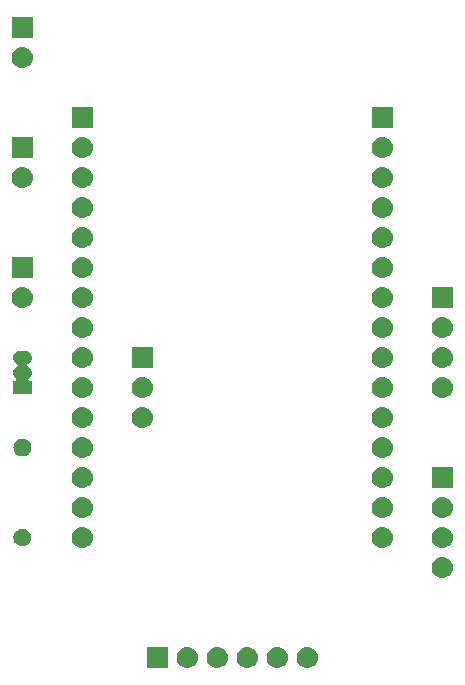
<source format=gbr>
G04 #@! TF.GenerationSoftware,KiCad,Pcbnew,(5.1.2-1)-1*
G04 #@! TF.CreationDate,2021-04-09T14:29:59+02:00*
G04 #@! TF.ProjectId,Faraway_PCB,46617261-7761-4795-9f50-43422e6b6963,rev?*
G04 #@! TF.SameCoordinates,Original*
G04 #@! TF.FileFunction,Soldermask,Bot*
G04 #@! TF.FilePolarity,Negative*
%FSLAX46Y46*%
G04 Gerber Fmt 4.6, Leading zero omitted, Abs format (unit mm)*
G04 Created by KiCad (PCBNEW (5.1.2-1)-1) date 2021-04-09 14:29:59*
%MOMM*%
%LPD*%
G04 APERTURE LIST*
%ADD10C,0.100000*%
G04 APERTURE END LIST*
D10*
G36*
X128380443Y-100705519D02*
G01*
X128446627Y-100712037D01*
X128616466Y-100763557D01*
X128772991Y-100847222D01*
X128808729Y-100876552D01*
X128910186Y-100959814D01*
X128993448Y-101061271D01*
X129022778Y-101097009D01*
X129106443Y-101253534D01*
X129157963Y-101423373D01*
X129175359Y-101600000D01*
X129157963Y-101776627D01*
X129106443Y-101946466D01*
X129022778Y-102102991D01*
X128993448Y-102138729D01*
X128910186Y-102240186D01*
X128808729Y-102323448D01*
X128772991Y-102352778D01*
X128616466Y-102436443D01*
X128446627Y-102487963D01*
X128380442Y-102494482D01*
X128314260Y-102501000D01*
X128225740Y-102501000D01*
X128159558Y-102494482D01*
X128093373Y-102487963D01*
X127923534Y-102436443D01*
X127767009Y-102352778D01*
X127731271Y-102323448D01*
X127629814Y-102240186D01*
X127546552Y-102138729D01*
X127517222Y-102102991D01*
X127433557Y-101946466D01*
X127382037Y-101776627D01*
X127364641Y-101600000D01*
X127382037Y-101423373D01*
X127433557Y-101253534D01*
X127517222Y-101097009D01*
X127546552Y-101061271D01*
X127629814Y-100959814D01*
X127731271Y-100876552D01*
X127767009Y-100847222D01*
X127923534Y-100763557D01*
X128093373Y-100712037D01*
X128159557Y-100705519D01*
X128225740Y-100699000D01*
X128314260Y-100699000D01*
X128380443Y-100705519D01*
X128380443Y-100705519D01*
G37*
G36*
X125840443Y-100705519D02*
G01*
X125906627Y-100712037D01*
X126076466Y-100763557D01*
X126232991Y-100847222D01*
X126268729Y-100876552D01*
X126370186Y-100959814D01*
X126453448Y-101061271D01*
X126482778Y-101097009D01*
X126566443Y-101253534D01*
X126617963Y-101423373D01*
X126635359Y-101600000D01*
X126617963Y-101776627D01*
X126566443Y-101946466D01*
X126482778Y-102102991D01*
X126453448Y-102138729D01*
X126370186Y-102240186D01*
X126268729Y-102323448D01*
X126232991Y-102352778D01*
X126076466Y-102436443D01*
X125906627Y-102487963D01*
X125840442Y-102494482D01*
X125774260Y-102501000D01*
X125685740Y-102501000D01*
X125619558Y-102494482D01*
X125553373Y-102487963D01*
X125383534Y-102436443D01*
X125227009Y-102352778D01*
X125191271Y-102323448D01*
X125089814Y-102240186D01*
X125006552Y-102138729D01*
X124977222Y-102102991D01*
X124893557Y-101946466D01*
X124842037Y-101776627D01*
X124824641Y-101600000D01*
X124842037Y-101423373D01*
X124893557Y-101253534D01*
X124977222Y-101097009D01*
X125006552Y-101061271D01*
X125089814Y-100959814D01*
X125191271Y-100876552D01*
X125227009Y-100847222D01*
X125383534Y-100763557D01*
X125553373Y-100712037D01*
X125619557Y-100705519D01*
X125685740Y-100699000D01*
X125774260Y-100699000D01*
X125840443Y-100705519D01*
X125840443Y-100705519D01*
G37*
G36*
X123300443Y-100705519D02*
G01*
X123366627Y-100712037D01*
X123536466Y-100763557D01*
X123692991Y-100847222D01*
X123728729Y-100876552D01*
X123830186Y-100959814D01*
X123913448Y-101061271D01*
X123942778Y-101097009D01*
X124026443Y-101253534D01*
X124077963Y-101423373D01*
X124095359Y-101600000D01*
X124077963Y-101776627D01*
X124026443Y-101946466D01*
X123942778Y-102102991D01*
X123913448Y-102138729D01*
X123830186Y-102240186D01*
X123728729Y-102323448D01*
X123692991Y-102352778D01*
X123536466Y-102436443D01*
X123366627Y-102487963D01*
X123300442Y-102494482D01*
X123234260Y-102501000D01*
X123145740Y-102501000D01*
X123079558Y-102494482D01*
X123013373Y-102487963D01*
X122843534Y-102436443D01*
X122687009Y-102352778D01*
X122651271Y-102323448D01*
X122549814Y-102240186D01*
X122466552Y-102138729D01*
X122437222Y-102102991D01*
X122353557Y-101946466D01*
X122302037Y-101776627D01*
X122284641Y-101600000D01*
X122302037Y-101423373D01*
X122353557Y-101253534D01*
X122437222Y-101097009D01*
X122466552Y-101061271D01*
X122549814Y-100959814D01*
X122651271Y-100876552D01*
X122687009Y-100847222D01*
X122843534Y-100763557D01*
X123013373Y-100712037D01*
X123079557Y-100705519D01*
X123145740Y-100699000D01*
X123234260Y-100699000D01*
X123300443Y-100705519D01*
X123300443Y-100705519D01*
G37*
G36*
X120760443Y-100705519D02*
G01*
X120826627Y-100712037D01*
X120996466Y-100763557D01*
X121152991Y-100847222D01*
X121188729Y-100876552D01*
X121290186Y-100959814D01*
X121373448Y-101061271D01*
X121402778Y-101097009D01*
X121486443Y-101253534D01*
X121537963Y-101423373D01*
X121555359Y-101600000D01*
X121537963Y-101776627D01*
X121486443Y-101946466D01*
X121402778Y-102102991D01*
X121373448Y-102138729D01*
X121290186Y-102240186D01*
X121188729Y-102323448D01*
X121152991Y-102352778D01*
X120996466Y-102436443D01*
X120826627Y-102487963D01*
X120760442Y-102494482D01*
X120694260Y-102501000D01*
X120605740Y-102501000D01*
X120539558Y-102494482D01*
X120473373Y-102487963D01*
X120303534Y-102436443D01*
X120147009Y-102352778D01*
X120111271Y-102323448D01*
X120009814Y-102240186D01*
X119926552Y-102138729D01*
X119897222Y-102102991D01*
X119813557Y-101946466D01*
X119762037Y-101776627D01*
X119744641Y-101600000D01*
X119762037Y-101423373D01*
X119813557Y-101253534D01*
X119897222Y-101097009D01*
X119926552Y-101061271D01*
X120009814Y-100959814D01*
X120111271Y-100876552D01*
X120147009Y-100847222D01*
X120303534Y-100763557D01*
X120473373Y-100712037D01*
X120539557Y-100705519D01*
X120605740Y-100699000D01*
X120694260Y-100699000D01*
X120760443Y-100705519D01*
X120760443Y-100705519D01*
G37*
G36*
X118220443Y-100705519D02*
G01*
X118286627Y-100712037D01*
X118456466Y-100763557D01*
X118612991Y-100847222D01*
X118648729Y-100876552D01*
X118750186Y-100959814D01*
X118833448Y-101061271D01*
X118862778Y-101097009D01*
X118946443Y-101253534D01*
X118997963Y-101423373D01*
X119015359Y-101600000D01*
X118997963Y-101776627D01*
X118946443Y-101946466D01*
X118862778Y-102102991D01*
X118833448Y-102138729D01*
X118750186Y-102240186D01*
X118648729Y-102323448D01*
X118612991Y-102352778D01*
X118456466Y-102436443D01*
X118286627Y-102487963D01*
X118220442Y-102494482D01*
X118154260Y-102501000D01*
X118065740Y-102501000D01*
X117999558Y-102494482D01*
X117933373Y-102487963D01*
X117763534Y-102436443D01*
X117607009Y-102352778D01*
X117571271Y-102323448D01*
X117469814Y-102240186D01*
X117386552Y-102138729D01*
X117357222Y-102102991D01*
X117273557Y-101946466D01*
X117222037Y-101776627D01*
X117204641Y-101600000D01*
X117222037Y-101423373D01*
X117273557Y-101253534D01*
X117357222Y-101097009D01*
X117386552Y-101061271D01*
X117469814Y-100959814D01*
X117571271Y-100876552D01*
X117607009Y-100847222D01*
X117763534Y-100763557D01*
X117933373Y-100712037D01*
X117999557Y-100705519D01*
X118065740Y-100699000D01*
X118154260Y-100699000D01*
X118220443Y-100705519D01*
X118220443Y-100705519D01*
G37*
G36*
X116471000Y-102501000D02*
G01*
X114669000Y-102501000D01*
X114669000Y-100699000D01*
X116471000Y-100699000D01*
X116471000Y-102501000D01*
X116471000Y-102501000D01*
G37*
G36*
X139810443Y-93085519D02*
G01*
X139876627Y-93092037D01*
X140046466Y-93143557D01*
X140202991Y-93227222D01*
X140238729Y-93256552D01*
X140340186Y-93339814D01*
X140423448Y-93441271D01*
X140452778Y-93477009D01*
X140536443Y-93633534D01*
X140587963Y-93803373D01*
X140605359Y-93980000D01*
X140587963Y-94156627D01*
X140536443Y-94326466D01*
X140452778Y-94482991D01*
X140423448Y-94518729D01*
X140340186Y-94620186D01*
X140238729Y-94703448D01*
X140202991Y-94732778D01*
X140046466Y-94816443D01*
X139876627Y-94867963D01*
X139810443Y-94874481D01*
X139744260Y-94881000D01*
X139655740Y-94881000D01*
X139589557Y-94874481D01*
X139523373Y-94867963D01*
X139353534Y-94816443D01*
X139197009Y-94732778D01*
X139161271Y-94703448D01*
X139059814Y-94620186D01*
X138976552Y-94518729D01*
X138947222Y-94482991D01*
X138863557Y-94326466D01*
X138812037Y-94156627D01*
X138794641Y-93980000D01*
X138812037Y-93803373D01*
X138863557Y-93633534D01*
X138947222Y-93477009D01*
X138976552Y-93441271D01*
X139059814Y-93339814D01*
X139161271Y-93256552D01*
X139197009Y-93227222D01*
X139353534Y-93143557D01*
X139523373Y-93092037D01*
X139589557Y-93085519D01*
X139655740Y-93079000D01*
X139744260Y-93079000D01*
X139810443Y-93085519D01*
X139810443Y-93085519D01*
G37*
G36*
X139810443Y-90545519D02*
G01*
X139876627Y-90552037D01*
X140046466Y-90603557D01*
X140202991Y-90687222D01*
X140205157Y-90689000D01*
X140340186Y-90799814D01*
X140423448Y-90901271D01*
X140452778Y-90937009D01*
X140536443Y-91093534D01*
X140587963Y-91263373D01*
X140605359Y-91440000D01*
X140587963Y-91616627D01*
X140536443Y-91786466D01*
X140452778Y-91942991D01*
X140423448Y-91978729D01*
X140340186Y-92080186D01*
X140240323Y-92162140D01*
X140202991Y-92192778D01*
X140046466Y-92276443D01*
X139876627Y-92327963D01*
X139810443Y-92334481D01*
X139744260Y-92341000D01*
X139655740Y-92341000D01*
X139589557Y-92334481D01*
X139523373Y-92327963D01*
X139353534Y-92276443D01*
X139197009Y-92192778D01*
X139159677Y-92162140D01*
X139059814Y-92080186D01*
X138976552Y-91978729D01*
X138947222Y-91942991D01*
X138863557Y-91786466D01*
X138812037Y-91616627D01*
X138794641Y-91440000D01*
X138812037Y-91263373D01*
X138863557Y-91093534D01*
X138947222Y-90937009D01*
X138976552Y-90901271D01*
X139059814Y-90799814D01*
X139194843Y-90689000D01*
X139197009Y-90687222D01*
X139353534Y-90603557D01*
X139523373Y-90552037D01*
X139589557Y-90545519D01*
X139655740Y-90539000D01*
X139744260Y-90539000D01*
X139810443Y-90545519D01*
X139810443Y-90545519D01*
G37*
G36*
X134730443Y-90545519D02*
G01*
X134796627Y-90552037D01*
X134966466Y-90603557D01*
X135122991Y-90687222D01*
X135125157Y-90689000D01*
X135260186Y-90799814D01*
X135343448Y-90901271D01*
X135372778Y-90937009D01*
X135456443Y-91093534D01*
X135507963Y-91263373D01*
X135525359Y-91440000D01*
X135507963Y-91616627D01*
X135456443Y-91786466D01*
X135372778Y-91942991D01*
X135343448Y-91978729D01*
X135260186Y-92080186D01*
X135160323Y-92162140D01*
X135122991Y-92192778D01*
X134966466Y-92276443D01*
X134796627Y-92327963D01*
X134730443Y-92334481D01*
X134664260Y-92341000D01*
X134575740Y-92341000D01*
X134509557Y-92334481D01*
X134443373Y-92327963D01*
X134273534Y-92276443D01*
X134117009Y-92192778D01*
X134079677Y-92162140D01*
X133979814Y-92080186D01*
X133896552Y-91978729D01*
X133867222Y-91942991D01*
X133783557Y-91786466D01*
X133732037Y-91616627D01*
X133714641Y-91440000D01*
X133732037Y-91263373D01*
X133783557Y-91093534D01*
X133867222Y-90937009D01*
X133896552Y-90901271D01*
X133979814Y-90799814D01*
X134114843Y-90689000D01*
X134117009Y-90687222D01*
X134273534Y-90603557D01*
X134443373Y-90552037D01*
X134509557Y-90545519D01*
X134575740Y-90539000D01*
X134664260Y-90539000D01*
X134730443Y-90545519D01*
X134730443Y-90545519D01*
G37*
G36*
X109330443Y-90545519D02*
G01*
X109396627Y-90552037D01*
X109566466Y-90603557D01*
X109722991Y-90687222D01*
X109725157Y-90689000D01*
X109860186Y-90799814D01*
X109943448Y-90901271D01*
X109972778Y-90937009D01*
X110056443Y-91093534D01*
X110107963Y-91263373D01*
X110125359Y-91440000D01*
X110107963Y-91616627D01*
X110056443Y-91786466D01*
X109972778Y-91942991D01*
X109943448Y-91978729D01*
X109860186Y-92080186D01*
X109760323Y-92162140D01*
X109722991Y-92192778D01*
X109566466Y-92276443D01*
X109396627Y-92327963D01*
X109330443Y-92334481D01*
X109264260Y-92341000D01*
X109175740Y-92341000D01*
X109109557Y-92334481D01*
X109043373Y-92327963D01*
X108873534Y-92276443D01*
X108717009Y-92192778D01*
X108679677Y-92162140D01*
X108579814Y-92080186D01*
X108496552Y-91978729D01*
X108467222Y-91942991D01*
X108383557Y-91786466D01*
X108332037Y-91616627D01*
X108314641Y-91440000D01*
X108332037Y-91263373D01*
X108383557Y-91093534D01*
X108467222Y-90937009D01*
X108496552Y-90901271D01*
X108579814Y-90799814D01*
X108714843Y-90689000D01*
X108717009Y-90687222D01*
X108873534Y-90603557D01*
X109043373Y-90552037D01*
X109109557Y-90545519D01*
X109175740Y-90539000D01*
X109264260Y-90539000D01*
X109330443Y-90545519D01*
X109330443Y-90545519D01*
G37*
G36*
X104359059Y-90717860D02*
G01*
X104495732Y-90774472D01*
X104618735Y-90856660D01*
X104723340Y-90961265D01*
X104723341Y-90961267D01*
X104805529Y-91084270D01*
X104862140Y-91220941D01*
X104891000Y-91366032D01*
X104891000Y-91513968D01*
X104870580Y-91616627D01*
X104862140Y-91659059D01*
X104805528Y-91795732D01*
X104723340Y-91918735D01*
X104618735Y-92023340D01*
X104495732Y-92105528D01*
X104495731Y-92105529D01*
X104495730Y-92105529D01*
X104359059Y-92162140D01*
X104213968Y-92191000D01*
X104066032Y-92191000D01*
X103920941Y-92162140D01*
X103784270Y-92105529D01*
X103784269Y-92105529D01*
X103784268Y-92105528D01*
X103661265Y-92023340D01*
X103556660Y-91918735D01*
X103474472Y-91795732D01*
X103417860Y-91659059D01*
X103409420Y-91616627D01*
X103389000Y-91513968D01*
X103389000Y-91366032D01*
X103417860Y-91220941D01*
X103474471Y-91084270D01*
X103556659Y-90961267D01*
X103556660Y-90961265D01*
X103661265Y-90856660D01*
X103784268Y-90774472D01*
X103920941Y-90717860D01*
X104066032Y-90689000D01*
X104213968Y-90689000D01*
X104359059Y-90717860D01*
X104359059Y-90717860D01*
G37*
G36*
X139810443Y-88005519D02*
G01*
X139876627Y-88012037D01*
X140046466Y-88063557D01*
X140202991Y-88147222D01*
X140238729Y-88176552D01*
X140340186Y-88259814D01*
X140423448Y-88361271D01*
X140452778Y-88397009D01*
X140536443Y-88553534D01*
X140587963Y-88723373D01*
X140605359Y-88900000D01*
X140587963Y-89076627D01*
X140536443Y-89246466D01*
X140452778Y-89402991D01*
X140423448Y-89438729D01*
X140340186Y-89540186D01*
X140238729Y-89623448D01*
X140202991Y-89652778D01*
X140046466Y-89736443D01*
X139876627Y-89787963D01*
X139810443Y-89794481D01*
X139744260Y-89801000D01*
X139655740Y-89801000D01*
X139589557Y-89794481D01*
X139523373Y-89787963D01*
X139353534Y-89736443D01*
X139197009Y-89652778D01*
X139161271Y-89623448D01*
X139059814Y-89540186D01*
X138976552Y-89438729D01*
X138947222Y-89402991D01*
X138863557Y-89246466D01*
X138812037Y-89076627D01*
X138794641Y-88900000D01*
X138812037Y-88723373D01*
X138863557Y-88553534D01*
X138947222Y-88397009D01*
X138976552Y-88361271D01*
X139059814Y-88259814D01*
X139161271Y-88176552D01*
X139197009Y-88147222D01*
X139353534Y-88063557D01*
X139523373Y-88012037D01*
X139589557Y-88005519D01*
X139655740Y-87999000D01*
X139744260Y-87999000D01*
X139810443Y-88005519D01*
X139810443Y-88005519D01*
G37*
G36*
X134730443Y-88005519D02*
G01*
X134796627Y-88012037D01*
X134966466Y-88063557D01*
X135122991Y-88147222D01*
X135158729Y-88176552D01*
X135260186Y-88259814D01*
X135343448Y-88361271D01*
X135372778Y-88397009D01*
X135456443Y-88553534D01*
X135507963Y-88723373D01*
X135525359Y-88900000D01*
X135507963Y-89076627D01*
X135456443Y-89246466D01*
X135372778Y-89402991D01*
X135343448Y-89438729D01*
X135260186Y-89540186D01*
X135158729Y-89623448D01*
X135122991Y-89652778D01*
X134966466Y-89736443D01*
X134796627Y-89787963D01*
X134730443Y-89794481D01*
X134664260Y-89801000D01*
X134575740Y-89801000D01*
X134509557Y-89794481D01*
X134443373Y-89787963D01*
X134273534Y-89736443D01*
X134117009Y-89652778D01*
X134081271Y-89623448D01*
X133979814Y-89540186D01*
X133896552Y-89438729D01*
X133867222Y-89402991D01*
X133783557Y-89246466D01*
X133732037Y-89076627D01*
X133714641Y-88900000D01*
X133732037Y-88723373D01*
X133783557Y-88553534D01*
X133867222Y-88397009D01*
X133896552Y-88361271D01*
X133979814Y-88259814D01*
X134081271Y-88176552D01*
X134117009Y-88147222D01*
X134273534Y-88063557D01*
X134443373Y-88012037D01*
X134509557Y-88005519D01*
X134575740Y-87999000D01*
X134664260Y-87999000D01*
X134730443Y-88005519D01*
X134730443Y-88005519D01*
G37*
G36*
X109330443Y-88005519D02*
G01*
X109396627Y-88012037D01*
X109566466Y-88063557D01*
X109722991Y-88147222D01*
X109758729Y-88176552D01*
X109860186Y-88259814D01*
X109943448Y-88361271D01*
X109972778Y-88397009D01*
X110056443Y-88553534D01*
X110107963Y-88723373D01*
X110125359Y-88900000D01*
X110107963Y-89076627D01*
X110056443Y-89246466D01*
X109972778Y-89402991D01*
X109943448Y-89438729D01*
X109860186Y-89540186D01*
X109758729Y-89623448D01*
X109722991Y-89652778D01*
X109566466Y-89736443D01*
X109396627Y-89787963D01*
X109330443Y-89794481D01*
X109264260Y-89801000D01*
X109175740Y-89801000D01*
X109109557Y-89794481D01*
X109043373Y-89787963D01*
X108873534Y-89736443D01*
X108717009Y-89652778D01*
X108681271Y-89623448D01*
X108579814Y-89540186D01*
X108496552Y-89438729D01*
X108467222Y-89402991D01*
X108383557Y-89246466D01*
X108332037Y-89076627D01*
X108314641Y-88900000D01*
X108332037Y-88723373D01*
X108383557Y-88553534D01*
X108467222Y-88397009D01*
X108496552Y-88361271D01*
X108579814Y-88259814D01*
X108681271Y-88176552D01*
X108717009Y-88147222D01*
X108873534Y-88063557D01*
X109043373Y-88012037D01*
X109109557Y-88005519D01*
X109175740Y-87999000D01*
X109264260Y-87999000D01*
X109330443Y-88005519D01*
X109330443Y-88005519D01*
G37*
G36*
X140601000Y-87261000D02*
G01*
X138799000Y-87261000D01*
X138799000Y-85459000D01*
X140601000Y-85459000D01*
X140601000Y-87261000D01*
X140601000Y-87261000D01*
G37*
G36*
X134730442Y-85465518D02*
G01*
X134796627Y-85472037D01*
X134966466Y-85523557D01*
X135122991Y-85607222D01*
X135158729Y-85636552D01*
X135260186Y-85719814D01*
X135343448Y-85821271D01*
X135372778Y-85857009D01*
X135456443Y-86013534D01*
X135507963Y-86183373D01*
X135525359Y-86360000D01*
X135507963Y-86536627D01*
X135456443Y-86706466D01*
X135372778Y-86862991D01*
X135343448Y-86898729D01*
X135260186Y-87000186D01*
X135158729Y-87083448D01*
X135122991Y-87112778D01*
X134966466Y-87196443D01*
X134796627Y-87247963D01*
X134730442Y-87254482D01*
X134664260Y-87261000D01*
X134575740Y-87261000D01*
X134509558Y-87254482D01*
X134443373Y-87247963D01*
X134273534Y-87196443D01*
X134117009Y-87112778D01*
X134081271Y-87083448D01*
X133979814Y-87000186D01*
X133896552Y-86898729D01*
X133867222Y-86862991D01*
X133783557Y-86706466D01*
X133732037Y-86536627D01*
X133714641Y-86360000D01*
X133732037Y-86183373D01*
X133783557Y-86013534D01*
X133867222Y-85857009D01*
X133896552Y-85821271D01*
X133979814Y-85719814D01*
X134081271Y-85636552D01*
X134117009Y-85607222D01*
X134273534Y-85523557D01*
X134443373Y-85472037D01*
X134509558Y-85465518D01*
X134575740Y-85459000D01*
X134664260Y-85459000D01*
X134730442Y-85465518D01*
X134730442Y-85465518D01*
G37*
G36*
X109330442Y-85465518D02*
G01*
X109396627Y-85472037D01*
X109566466Y-85523557D01*
X109722991Y-85607222D01*
X109758729Y-85636552D01*
X109860186Y-85719814D01*
X109943448Y-85821271D01*
X109972778Y-85857009D01*
X110056443Y-86013534D01*
X110107963Y-86183373D01*
X110125359Y-86360000D01*
X110107963Y-86536627D01*
X110056443Y-86706466D01*
X109972778Y-86862991D01*
X109943448Y-86898729D01*
X109860186Y-87000186D01*
X109758729Y-87083448D01*
X109722991Y-87112778D01*
X109566466Y-87196443D01*
X109396627Y-87247963D01*
X109330442Y-87254482D01*
X109264260Y-87261000D01*
X109175740Y-87261000D01*
X109109558Y-87254482D01*
X109043373Y-87247963D01*
X108873534Y-87196443D01*
X108717009Y-87112778D01*
X108681271Y-87083448D01*
X108579814Y-87000186D01*
X108496552Y-86898729D01*
X108467222Y-86862991D01*
X108383557Y-86706466D01*
X108332037Y-86536627D01*
X108314641Y-86360000D01*
X108332037Y-86183373D01*
X108383557Y-86013534D01*
X108467222Y-85857009D01*
X108496552Y-85821271D01*
X108579814Y-85719814D01*
X108681271Y-85636552D01*
X108717009Y-85607222D01*
X108873534Y-85523557D01*
X109043373Y-85472037D01*
X109109558Y-85465518D01*
X109175740Y-85459000D01*
X109264260Y-85459000D01*
X109330442Y-85465518D01*
X109330442Y-85465518D01*
G37*
G36*
X109330443Y-82925519D02*
G01*
X109396627Y-82932037D01*
X109566466Y-82983557D01*
X109722991Y-83067222D01*
X109758729Y-83096552D01*
X109860186Y-83179814D01*
X109943448Y-83281271D01*
X109972778Y-83317009D01*
X110056443Y-83473534D01*
X110107963Y-83643373D01*
X110125359Y-83820000D01*
X110107963Y-83996627D01*
X110056443Y-84166466D01*
X109972778Y-84322991D01*
X109947653Y-84353606D01*
X109860186Y-84460186D01*
X109790725Y-84517190D01*
X109722991Y-84572778D01*
X109566466Y-84656443D01*
X109396627Y-84707963D01*
X109330443Y-84714481D01*
X109264260Y-84721000D01*
X109175740Y-84721000D01*
X109109557Y-84714481D01*
X109043373Y-84707963D01*
X108873534Y-84656443D01*
X108717009Y-84572778D01*
X108649275Y-84517190D01*
X108579814Y-84460186D01*
X108492347Y-84353606D01*
X108467222Y-84322991D01*
X108383557Y-84166466D01*
X108332037Y-83996627D01*
X108314641Y-83820000D01*
X108332037Y-83643373D01*
X108383557Y-83473534D01*
X108467222Y-83317009D01*
X108496552Y-83281271D01*
X108579814Y-83179814D01*
X108681271Y-83096552D01*
X108717009Y-83067222D01*
X108873534Y-82983557D01*
X109043373Y-82932037D01*
X109109557Y-82925519D01*
X109175740Y-82919000D01*
X109264260Y-82919000D01*
X109330443Y-82925519D01*
X109330443Y-82925519D01*
G37*
G36*
X134730443Y-82925519D02*
G01*
X134796627Y-82932037D01*
X134966466Y-82983557D01*
X135122991Y-83067222D01*
X135158729Y-83096552D01*
X135260186Y-83179814D01*
X135343448Y-83281271D01*
X135372778Y-83317009D01*
X135456443Y-83473534D01*
X135507963Y-83643373D01*
X135525359Y-83820000D01*
X135507963Y-83996627D01*
X135456443Y-84166466D01*
X135372778Y-84322991D01*
X135347653Y-84353606D01*
X135260186Y-84460186D01*
X135190725Y-84517190D01*
X135122991Y-84572778D01*
X134966466Y-84656443D01*
X134796627Y-84707963D01*
X134730443Y-84714481D01*
X134664260Y-84721000D01*
X134575740Y-84721000D01*
X134509557Y-84714481D01*
X134443373Y-84707963D01*
X134273534Y-84656443D01*
X134117009Y-84572778D01*
X134049275Y-84517190D01*
X133979814Y-84460186D01*
X133892347Y-84353606D01*
X133867222Y-84322991D01*
X133783557Y-84166466D01*
X133732037Y-83996627D01*
X133714641Y-83820000D01*
X133732037Y-83643373D01*
X133783557Y-83473534D01*
X133867222Y-83317009D01*
X133896552Y-83281271D01*
X133979814Y-83179814D01*
X134081271Y-83096552D01*
X134117009Y-83067222D01*
X134273534Y-82983557D01*
X134443373Y-82932037D01*
X134509557Y-82925519D01*
X134575740Y-82919000D01*
X134664260Y-82919000D01*
X134730443Y-82925519D01*
X134730443Y-82925519D01*
G37*
G36*
X104213665Y-83072622D02*
G01*
X104287222Y-83079867D01*
X104428786Y-83122810D01*
X104559252Y-83192546D01*
X104589040Y-83216992D01*
X104673607Y-83286393D01*
X104743008Y-83370960D01*
X104767454Y-83400748D01*
X104837190Y-83531214D01*
X104880133Y-83672778D01*
X104894633Y-83820000D01*
X104880133Y-83967222D01*
X104837190Y-84108786D01*
X104767454Y-84239252D01*
X104743008Y-84269040D01*
X104673607Y-84353607D01*
X104589040Y-84423008D01*
X104559252Y-84447454D01*
X104428786Y-84517190D01*
X104287222Y-84560133D01*
X104213665Y-84567378D01*
X104176888Y-84571000D01*
X104103112Y-84571000D01*
X104066335Y-84567378D01*
X103992778Y-84560133D01*
X103851214Y-84517190D01*
X103720748Y-84447454D01*
X103690960Y-84423008D01*
X103606393Y-84353607D01*
X103536992Y-84269040D01*
X103512546Y-84239252D01*
X103442810Y-84108786D01*
X103399867Y-83967222D01*
X103385367Y-83820000D01*
X103399867Y-83672778D01*
X103442810Y-83531214D01*
X103512546Y-83400748D01*
X103536992Y-83370960D01*
X103606393Y-83286393D01*
X103690960Y-83216992D01*
X103720748Y-83192546D01*
X103851214Y-83122810D01*
X103992778Y-83079867D01*
X104066335Y-83072622D01*
X104103112Y-83069000D01*
X104176888Y-83069000D01*
X104213665Y-83072622D01*
X104213665Y-83072622D01*
G37*
G36*
X114410442Y-80385518D02*
G01*
X114476627Y-80392037D01*
X114646466Y-80443557D01*
X114802991Y-80527222D01*
X114838729Y-80556552D01*
X114940186Y-80639814D01*
X115023448Y-80741271D01*
X115052778Y-80777009D01*
X115136443Y-80933534D01*
X115187963Y-81103373D01*
X115205359Y-81280000D01*
X115187963Y-81456627D01*
X115136443Y-81626466D01*
X115052778Y-81782991D01*
X115023448Y-81818729D01*
X114940186Y-81920186D01*
X114838729Y-82003448D01*
X114802991Y-82032778D01*
X114646466Y-82116443D01*
X114476627Y-82167963D01*
X114410443Y-82174481D01*
X114344260Y-82181000D01*
X114255740Y-82181000D01*
X114189557Y-82174481D01*
X114123373Y-82167963D01*
X113953534Y-82116443D01*
X113797009Y-82032778D01*
X113761271Y-82003448D01*
X113659814Y-81920186D01*
X113576552Y-81818729D01*
X113547222Y-81782991D01*
X113463557Y-81626466D01*
X113412037Y-81456627D01*
X113394641Y-81280000D01*
X113412037Y-81103373D01*
X113463557Y-80933534D01*
X113547222Y-80777009D01*
X113576552Y-80741271D01*
X113659814Y-80639814D01*
X113761271Y-80556552D01*
X113797009Y-80527222D01*
X113953534Y-80443557D01*
X114123373Y-80392037D01*
X114189558Y-80385518D01*
X114255740Y-80379000D01*
X114344260Y-80379000D01*
X114410442Y-80385518D01*
X114410442Y-80385518D01*
G37*
G36*
X109330442Y-80385518D02*
G01*
X109396627Y-80392037D01*
X109566466Y-80443557D01*
X109722991Y-80527222D01*
X109758729Y-80556552D01*
X109860186Y-80639814D01*
X109943448Y-80741271D01*
X109972778Y-80777009D01*
X110056443Y-80933534D01*
X110107963Y-81103373D01*
X110125359Y-81280000D01*
X110107963Y-81456627D01*
X110056443Y-81626466D01*
X109972778Y-81782991D01*
X109943448Y-81818729D01*
X109860186Y-81920186D01*
X109758729Y-82003448D01*
X109722991Y-82032778D01*
X109566466Y-82116443D01*
X109396627Y-82167963D01*
X109330443Y-82174481D01*
X109264260Y-82181000D01*
X109175740Y-82181000D01*
X109109557Y-82174481D01*
X109043373Y-82167963D01*
X108873534Y-82116443D01*
X108717009Y-82032778D01*
X108681271Y-82003448D01*
X108579814Y-81920186D01*
X108496552Y-81818729D01*
X108467222Y-81782991D01*
X108383557Y-81626466D01*
X108332037Y-81456627D01*
X108314641Y-81280000D01*
X108332037Y-81103373D01*
X108383557Y-80933534D01*
X108467222Y-80777009D01*
X108496552Y-80741271D01*
X108579814Y-80639814D01*
X108681271Y-80556552D01*
X108717009Y-80527222D01*
X108873534Y-80443557D01*
X109043373Y-80392037D01*
X109109558Y-80385518D01*
X109175740Y-80379000D01*
X109264260Y-80379000D01*
X109330442Y-80385518D01*
X109330442Y-80385518D01*
G37*
G36*
X134730442Y-80385518D02*
G01*
X134796627Y-80392037D01*
X134966466Y-80443557D01*
X135122991Y-80527222D01*
X135158729Y-80556552D01*
X135260186Y-80639814D01*
X135343448Y-80741271D01*
X135372778Y-80777009D01*
X135456443Y-80933534D01*
X135507963Y-81103373D01*
X135525359Y-81280000D01*
X135507963Y-81456627D01*
X135456443Y-81626466D01*
X135372778Y-81782991D01*
X135343448Y-81818729D01*
X135260186Y-81920186D01*
X135158729Y-82003448D01*
X135122991Y-82032778D01*
X134966466Y-82116443D01*
X134796627Y-82167963D01*
X134730443Y-82174481D01*
X134664260Y-82181000D01*
X134575740Y-82181000D01*
X134509557Y-82174481D01*
X134443373Y-82167963D01*
X134273534Y-82116443D01*
X134117009Y-82032778D01*
X134081271Y-82003448D01*
X133979814Y-81920186D01*
X133896552Y-81818729D01*
X133867222Y-81782991D01*
X133783557Y-81626466D01*
X133732037Y-81456627D01*
X133714641Y-81280000D01*
X133732037Y-81103373D01*
X133783557Y-80933534D01*
X133867222Y-80777009D01*
X133896552Y-80741271D01*
X133979814Y-80639814D01*
X134081271Y-80556552D01*
X134117009Y-80527222D01*
X134273534Y-80443557D01*
X134443373Y-80392037D01*
X134509558Y-80385518D01*
X134575740Y-80379000D01*
X134664260Y-80379000D01*
X134730442Y-80385518D01*
X134730442Y-80385518D01*
G37*
G36*
X109330443Y-77845519D02*
G01*
X109396627Y-77852037D01*
X109566466Y-77903557D01*
X109722991Y-77987222D01*
X109741870Y-78002716D01*
X109860186Y-78099814D01*
X109912367Y-78163398D01*
X109972778Y-78237009D01*
X110056443Y-78393534D01*
X110107963Y-78563373D01*
X110125359Y-78740000D01*
X110107963Y-78916627D01*
X110056443Y-79086466D01*
X109972778Y-79242991D01*
X109943448Y-79278729D01*
X109860186Y-79380186D01*
X109758729Y-79463448D01*
X109722991Y-79492778D01*
X109566466Y-79576443D01*
X109396627Y-79627963D01*
X109330442Y-79634482D01*
X109264260Y-79641000D01*
X109175740Y-79641000D01*
X109109558Y-79634482D01*
X109043373Y-79627963D01*
X108873534Y-79576443D01*
X108717009Y-79492778D01*
X108681271Y-79463448D01*
X108579814Y-79380186D01*
X108496552Y-79278729D01*
X108467222Y-79242991D01*
X108383557Y-79086466D01*
X108332037Y-78916627D01*
X108314641Y-78740000D01*
X108332037Y-78563373D01*
X108383557Y-78393534D01*
X108467222Y-78237009D01*
X108527633Y-78163398D01*
X108579814Y-78099814D01*
X108698130Y-78002716D01*
X108717009Y-77987222D01*
X108873534Y-77903557D01*
X109043373Y-77852037D01*
X109109557Y-77845519D01*
X109175740Y-77839000D01*
X109264260Y-77839000D01*
X109330443Y-77845519D01*
X109330443Y-77845519D01*
G37*
G36*
X114410443Y-77845519D02*
G01*
X114476627Y-77852037D01*
X114646466Y-77903557D01*
X114802991Y-77987222D01*
X114821870Y-78002716D01*
X114940186Y-78099814D01*
X114992367Y-78163398D01*
X115052778Y-78237009D01*
X115136443Y-78393534D01*
X115187963Y-78563373D01*
X115205359Y-78740000D01*
X115187963Y-78916627D01*
X115136443Y-79086466D01*
X115052778Y-79242991D01*
X115023448Y-79278729D01*
X114940186Y-79380186D01*
X114838729Y-79463448D01*
X114802991Y-79492778D01*
X114646466Y-79576443D01*
X114476627Y-79627963D01*
X114410442Y-79634482D01*
X114344260Y-79641000D01*
X114255740Y-79641000D01*
X114189558Y-79634482D01*
X114123373Y-79627963D01*
X113953534Y-79576443D01*
X113797009Y-79492778D01*
X113761271Y-79463448D01*
X113659814Y-79380186D01*
X113576552Y-79278729D01*
X113547222Y-79242991D01*
X113463557Y-79086466D01*
X113412037Y-78916627D01*
X113394641Y-78740000D01*
X113412037Y-78563373D01*
X113463557Y-78393534D01*
X113547222Y-78237009D01*
X113607633Y-78163398D01*
X113659814Y-78099814D01*
X113778130Y-78002716D01*
X113797009Y-77987222D01*
X113953534Y-77903557D01*
X114123373Y-77852037D01*
X114189557Y-77845519D01*
X114255740Y-77839000D01*
X114344260Y-77839000D01*
X114410443Y-77845519D01*
X114410443Y-77845519D01*
G37*
G36*
X139810443Y-77845519D02*
G01*
X139876627Y-77852037D01*
X140046466Y-77903557D01*
X140202991Y-77987222D01*
X140221870Y-78002716D01*
X140340186Y-78099814D01*
X140392367Y-78163398D01*
X140452778Y-78237009D01*
X140536443Y-78393534D01*
X140587963Y-78563373D01*
X140605359Y-78740000D01*
X140587963Y-78916627D01*
X140536443Y-79086466D01*
X140452778Y-79242991D01*
X140423448Y-79278729D01*
X140340186Y-79380186D01*
X140238729Y-79463448D01*
X140202991Y-79492778D01*
X140046466Y-79576443D01*
X139876627Y-79627963D01*
X139810442Y-79634482D01*
X139744260Y-79641000D01*
X139655740Y-79641000D01*
X139589558Y-79634482D01*
X139523373Y-79627963D01*
X139353534Y-79576443D01*
X139197009Y-79492778D01*
X139161271Y-79463448D01*
X139059814Y-79380186D01*
X138976552Y-79278729D01*
X138947222Y-79242991D01*
X138863557Y-79086466D01*
X138812037Y-78916627D01*
X138794641Y-78740000D01*
X138812037Y-78563373D01*
X138863557Y-78393534D01*
X138947222Y-78237009D01*
X139007633Y-78163398D01*
X139059814Y-78099814D01*
X139178130Y-78002716D01*
X139197009Y-77987222D01*
X139353534Y-77903557D01*
X139523373Y-77852037D01*
X139589557Y-77845519D01*
X139655740Y-77839000D01*
X139744260Y-77839000D01*
X139810443Y-77845519D01*
X139810443Y-77845519D01*
G37*
G36*
X134730443Y-77845519D02*
G01*
X134796627Y-77852037D01*
X134966466Y-77903557D01*
X135122991Y-77987222D01*
X135141870Y-78002716D01*
X135260186Y-78099814D01*
X135312367Y-78163398D01*
X135372778Y-78237009D01*
X135456443Y-78393534D01*
X135507963Y-78563373D01*
X135525359Y-78740000D01*
X135507963Y-78916627D01*
X135456443Y-79086466D01*
X135372778Y-79242991D01*
X135343448Y-79278729D01*
X135260186Y-79380186D01*
X135158729Y-79463448D01*
X135122991Y-79492778D01*
X134966466Y-79576443D01*
X134796627Y-79627963D01*
X134730442Y-79634482D01*
X134664260Y-79641000D01*
X134575740Y-79641000D01*
X134509558Y-79634482D01*
X134443373Y-79627963D01*
X134273534Y-79576443D01*
X134117009Y-79492778D01*
X134081271Y-79463448D01*
X133979814Y-79380186D01*
X133896552Y-79278729D01*
X133867222Y-79242991D01*
X133783557Y-79086466D01*
X133732037Y-78916627D01*
X133714641Y-78740000D01*
X133732037Y-78563373D01*
X133783557Y-78393534D01*
X133867222Y-78237009D01*
X133927633Y-78163398D01*
X133979814Y-78099814D01*
X134098130Y-78002716D01*
X134117009Y-77987222D01*
X134273534Y-77903557D01*
X134443373Y-77852037D01*
X134509557Y-77845519D01*
X134575740Y-77839000D01*
X134664260Y-77839000D01*
X134730443Y-77845519D01*
X134730443Y-77845519D01*
G37*
G36*
X104477916Y-75632334D02*
G01*
X104586492Y-75665271D01*
X104586495Y-75665272D01*
X104622601Y-75684571D01*
X104686557Y-75718756D01*
X104774264Y-75790736D01*
X104846244Y-75878443D01*
X104880429Y-75942399D01*
X104899728Y-75978505D01*
X104899729Y-75978508D01*
X104932666Y-76087084D01*
X104943787Y-76200000D01*
X104932666Y-76312916D01*
X104899729Y-76421492D01*
X104899728Y-76421495D01*
X104880429Y-76457601D01*
X104846244Y-76521557D01*
X104774264Y-76609264D01*
X104686557Y-76681244D01*
X104605141Y-76724761D01*
X104584766Y-76738375D01*
X104567439Y-76755702D01*
X104553826Y-76776076D01*
X104544448Y-76798715D01*
X104539668Y-76822748D01*
X104539668Y-76847252D01*
X104544448Y-76871285D01*
X104553826Y-76893924D01*
X104567440Y-76914299D01*
X104584767Y-76931626D01*
X104605141Y-76945239D01*
X104686557Y-76988756D01*
X104774264Y-77060736D01*
X104846244Y-77148443D01*
X104880429Y-77212399D01*
X104899728Y-77248505D01*
X104899729Y-77248508D01*
X104932666Y-77357084D01*
X104943787Y-77470000D01*
X104932666Y-77582916D01*
X104899729Y-77691492D01*
X104899728Y-77691495D01*
X104880429Y-77727601D01*
X104846244Y-77791557D01*
X104774264Y-77879264D01*
X104697354Y-77942383D01*
X104680035Y-77959702D01*
X104666421Y-77980077D01*
X104657043Y-78002716D01*
X104652263Y-78026749D01*
X104652263Y-78051253D01*
X104657043Y-78075286D01*
X104666421Y-78097925D01*
X104680034Y-78118299D01*
X104697361Y-78135626D01*
X104717736Y-78149240D01*
X104740375Y-78158618D01*
X104764408Y-78163398D01*
X104776660Y-78164000D01*
X104941000Y-78164000D01*
X104941000Y-79316000D01*
X103339000Y-79316000D01*
X103339000Y-78164000D01*
X103503340Y-78164000D01*
X103527726Y-78161598D01*
X103551175Y-78154485D01*
X103572786Y-78142934D01*
X103591728Y-78127389D01*
X103607273Y-78108447D01*
X103618824Y-78086836D01*
X103625937Y-78063387D01*
X103628339Y-78039001D01*
X103625937Y-78014615D01*
X103618824Y-77991166D01*
X103607273Y-77969555D01*
X103591728Y-77950613D01*
X103582655Y-77942391D01*
X103505736Y-77879264D01*
X103433756Y-77791557D01*
X103399571Y-77727601D01*
X103380272Y-77691495D01*
X103380271Y-77691492D01*
X103347334Y-77582916D01*
X103336213Y-77470000D01*
X103347334Y-77357084D01*
X103380271Y-77248508D01*
X103380272Y-77248505D01*
X103399571Y-77212399D01*
X103433756Y-77148443D01*
X103505736Y-77060736D01*
X103593443Y-76988756D01*
X103674859Y-76945239D01*
X103695234Y-76931625D01*
X103712561Y-76914298D01*
X103726174Y-76893924D01*
X103735552Y-76871285D01*
X103740332Y-76847252D01*
X103740332Y-76822748D01*
X103735552Y-76798715D01*
X103726174Y-76776076D01*
X103712560Y-76755701D01*
X103695233Y-76738374D01*
X103674859Y-76724761D01*
X103593443Y-76681244D01*
X103505736Y-76609264D01*
X103433756Y-76521557D01*
X103399571Y-76457601D01*
X103380272Y-76421495D01*
X103380271Y-76421492D01*
X103347334Y-76312916D01*
X103336213Y-76200000D01*
X103347334Y-76087084D01*
X103380271Y-75978508D01*
X103380272Y-75978505D01*
X103399571Y-75942399D01*
X103433756Y-75878443D01*
X103505736Y-75790736D01*
X103593443Y-75718756D01*
X103657399Y-75684571D01*
X103693505Y-75665272D01*
X103693508Y-75665271D01*
X103802084Y-75632334D01*
X103886702Y-75624000D01*
X104393298Y-75624000D01*
X104477916Y-75632334D01*
X104477916Y-75632334D01*
G37*
G36*
X139810442Y-75305518D02*
G01*
X139876627Y-75312037D01*
X140046466Y-75363557D01*
X140202991Y-75447222D01*
X140238729Y-75476552D01*
X140340186Y-75559814D01*
X140423448Y-75661271D01*
X140452778Y-75697009D01*
X140536443Y-75853534D01*
X140587963Y-76023373D01*
X140605359Y-76200000D01*
X140587963Y-76376627D01*
X140536443Y-76546466D01*
X140452778Y-76702991D01*
X140426731Y-76734729D01*
X140340186Y-76840186D01*
X140238729Y-76923448D01*
X140202991Y-76952778D01*
X140046466Y-77036443D01*
X139876627Y-77087963D01*
X139810442Y-77094482D01*
X139744260Y-77101000D01*
X139655740Y-77101000D01*
X139589558Y-77094482D01*
X139523373Y-77087963D01*
X139353534Y-77036443D01*
X139197009Y-76952778D01*
X139161271Y-76923448D01*
X139059814Y-76840186D01*
X138973269Y-76734729D01*
X138947222Y-76702991D01*
X138863557Y-76546466D01*
X138812037Y-76376627D01*
X138794641Y-76200000D01*
X138812037Y-76023373D01*
X138863557Y-75853534D01*
X138947222Y-75697009D01*
X138976552Y-75661271D01*
X139059814Y-75559814D01*
X139161271Y-75476552D01*
X139197009Y-75447222D01*
X139353534Y-75363557D01*
X139523373Y-75312037D01*
X139589558Y-75305518D01*
X139655740Y-75299000D01*
X139744260Y-75299000D01*
X139810442Y-75305518D01*
X139810442Y-75305518D01*
G37*
G36*
X134730442Y-75305518D02*
G01*
X134796627Y-75312037D01*
X134966466Y-75363557D01*
X135122991Y-75447222D01*
X135158729Y-75476552D01*
X135260186Y-75559814D01*
X135343448Y-75661271D01*
X135372778Y-75697009D01*
X135456443Y-75853534D01*
X135507963Y-76023373D01*
X135525359Y-76200000D01*
X135507963Y-76376627D01*
X135456443Y-76546466D01*
X135372778Y-76702991D01*
X135346731Y-76734729D01*
X135260186Y-76840186D01*
X135158729Y-76923448D01*
X135122991Y-76952778D01*
X134966466Y-77036443D01*
X134796627Y-77087963D01*
X134730442Y-77094482D01*
X134664260Y-77101000D01*
X134575740Y-77101000D01*
X134509558Y-77094482D01*
X134443373Y-77087963D01*
X134273534Y-77036443D01*
X134117009Y-76952778D01*
X134081271Y-76923448D01*
X133979814Y-76840186D01*
X133893269Y-76734729D01*
X133867222Y-76702991D01*
X133783557Y-76546466D01*
X133732037Y-76376627D01*
X133714641Y-76200000D01*
X133732037Y-76023373D01*
X133783557Y-75853534D01*
X133867222Y-75697009D01*
X133896552Y-75661271D01*
X133979814Y-75559814D01*
X134081271Y-75476552D01*
X134117009Y-75447222D01*
X134273534Y-75363557D01*
X134443373Y-75312037D01*
X134509558Y-75305518D01*
X134575740Y-75299000D01*
X134664260Y-75299000D01*
X134730442Y-75305518D01*
X134730442Y-75305518D01*
G37*
G36*
X115201000Y-77101000D02*
G01*
X113399000Y-77101000D01*
X113399000Y-75299000D01*
X115201000Y-75299000D01*
X115201000Y-77101000D01*
X115201000Y-77101000D01*
G37*
G36*
X109330442Y-75305518D02*
G01*
X109396627Y-75312037D01*
X109566466Y-75363557D01*
X109722991Y-75447222D01*
X109758729Y-75476552D01*
X109860186Y-75559814D01*
X109943448Y-75661271D01*
X109972778Y-75697009D01*
X110056443Y-75853534D01*
X110107963Y-76023373D01*
X110125359Y-76200000D01*
X110107963Y-76376627D01*
X110056443Y-76546466D01*
X109972778Y-76702991D01*
X109946731Y-76734729D01*
X109860186Y-76840186D01*
X109758729Y-76923448D01*
X109722991Y-76952778D01*
X109566466Y-77036443D01*
X109396627Y-77087963D01*
X109330442Y-77094482D01*
X109264260Y-77101000D01*
X109175740Y-77101000D01*
X109109558Y-77094482D01*
X109043373Y-77087963D01*
X108873534Y-77036443D01*
X108717009Y-76952778D01*
X108681271Y-76923448D01*
X108579814Y-76840186D01*
X108493269Y-76734729D01*
X108467222Y-76702991D01*
X108383557Y-76546466D01*
X108332037Y-76376627D01*
X108314641Y-76200000D01*
X108332037Y-76023373D01*
X108383557Y-75853534D01*
X108467222Y-75697009D01*
X108496552Y-75661271D01*
X108579814Y-75559814D01*
X108681271Y-75476552D01*
X108717009Y-75447222D01*
X108873534Y-75363557D01*
X109043373Y-75312037D01*
X109109558Y-75305518D01*
X109175740Y-75299000D01*
X109264260Y-75299000D01*
X109330442Y-75305518D01*
X109330442Y-75305518D01*
G37*
G36*
X134730442Y-72765518D02*
G01*
X134796627Y-72772037D01*
X134966466Y-72823557D01*
X135122991Y-72907222D01*
X135158729Y-72936552D01*
X135260186Y-73019814D01*
X135343448Y-73121271D01*
X135372778Y-73157009D01*
X135456443Y-73313534D01*
X135507963Y-73483373D01*
X135525359Y-73660000D01*
X135507963Y-73836627D01*
X135456443Y-74006466D01*
X135372778Y-74162991D01*
X135343448Y-74198729D01*
X135260186Y-74300186D01*
X135158729Y-74383448D01*
X135122991Y-74412778D01*
X134966466Y-74496443D01*
X134796627Y-74547963D01*
X134730442Y-74554482D01*
X134664260Y-74561000D01*
X134575740Y-74561000D01*
X134509558Y-74554482D01*
X134443373Y-74547963D01*
X134273534Y-74496443D01*
X134117009Y-74412778D01*
X134081271Y-74383448D01*
X133979814Y-74300186D01*
X133896552Y-74198729D01*
X133867222Y-74162991D01*
X133783557Y-74006466D01*
X133732037Y-73836627D01*
X133714641Y-73660000D01*
X133732037Y-73483373D01*
X133783557Y-73313534D01*
X133867222Y-73157009D01*
X133896552Y-73121271D01*
X133979814Y-73019814D01*
X134081271Y-72936552D01*
X134117009Y-72907222D01*
X134273534Y-72823557D01*
X134443373Y-72772037D01*
X134509558Y-72765518D01*
X134575740Y-72759000D01*
X134664260Y-72759000D01*
X134730442Y-72765518D01*
X134730442Y-72765518D01*
G37*
G36*
X109330442Y-72765518D02*
G01*
X109396627Y-72772037D01*
X109566466Y-72823557D01*
X109722991Y-72907222D01*
X109758729Y-72936552D01*
X109860186Y-73019814D01*
X109943448Y-73121271D01*
X109972778Y-73157009D01*
X110056443Y-73313534D01*
X110107963Y-73483373D01*
X110125359Y-73660000D01*
X110107963Y-73836627D01*
X110056443Y-74006466D01*
X109972778Y-74162991D01*
X109943448Y-74198729D01*
X109860186Y-74300186D01*
X109758729Y-74383448D01*
X109722991Y-74412778D01*
X109566466Y-74496443D01*
X109396627Y-74547963D01*
X109330442Y-74554482D01*
X109264260Y-74561000D01*
X109175740Y-74561000D01*
X109109558Y-74554482D01*
X109043373Y-74547963D01*
X108873534Y-74496443D01*
X108717009Y-74412778D01*
X108681271Y-74383448D01*
X108579814Y-74300186D01*
X108496552Y-74198729D01*
X108467222Y-74162991D01*
X108383557Y-74006466D01*
X108332037Y-73836627D01*
X108314641Y-73660000D01*
X108332037Y-73483373D01*
X108383557Y-73313534D01*
X108467222Y-73157009D01*
X108496552Y-73121271D01*
X108579814Y-73019814D01*
X108681271Y-72936552D01*
X108717009Y-72907222D01*
X108873534Y-72823557D01*
X109043373Y-72772037D01*
X109109558Y-72765518D01*
X109175740Y-72759000D01*
X109264260Y-72759000D01*
X109330442Y-72765518D01*
X109330442Y-72765518D01*
G37*
G36*
X139810442Y-72765518D02*
G01*
X139876627Y-72772037D01*
X140046466Y-72823557D01*
X140202991Y-72907222D01*
X140238729Y-72936552D01*
X140340186Y-73019814D01*
X140423448Y-73121271D01*
X140452778Y-73157009D01*
X140536443Y-73313534D01*
X140587963Y-73483373D01*
X140605359Y-73660000D01*
X140587963Y-73836627D01*
X140536443Y-74006466D01*
X140452778Y-74162991D01*
X140423448Y-74198729D01*
X140340186Y-74300186D01*
X140238729Y-74383448D01*
X140202991Y-74412778D01*
X140046466Y-74496443D01*
X139876627Y-74547963D01*
X139810442Y-74554482D01*
X139744260Y-74561000D01*
X139655740Y-74561000D01*
X139589558Y-74554482D01*
X139523373Y-74547963D01*
X139353534Y-74496443D01*
X139197009Y-74412778D01*
X139161271Y-74383448D01*
X139059814Y-74300186D01*
X138976552Y-74198729D01*
X138947222Y-74162991D01*
X138863557Y-74006466D01*
X138812037Y-73836627D01*
X138794641Y-73660000D01*
X138812037Y-73483373D01*
X138863557Y-73313534D01*
X138947222Y-73157009D01*
X138976552Y-73121271D01*
X139059814Y-73019814D01*
X139161271Y-72936552D01*
X139197009Y-72907222D01*
X139353534Y-72823557D01*
X139523373Y-72772037D01*
X139589558Y-72765518D01*
X139655740Y-72759000D01*
X139744260Y-72759000D01*
X139810442Y-72765518D01*
X139810442Y-72765518D01*
G37*
G36*
X104250442Y-70225518D02*
G01*
X104316627Y-70232037D01*
X104486466Y-70283557D01*
X104642991Y-70367222D01*
X104678729Y-70396552D01*
X104780186Y-70479814D01*
X104863448Y-70581271D01*
X104892778Y-70617009D01*
X104976443Y-70773534D01*
X105027963Y-70943373D01*
X105045359Y-71120000D01*
X105027963Y-71296627D01*
X104976443Y-71466466D01*
X104892778Y-71622991D01*
X104863448Y-71658729D01*
X104780186Y-71760186D01*
X104678729Y-71843448D01*
X104642991Y-71872778D01*
X104486466Y-71956443D01*
X104316627Y-72007963D01*
X104250443Y-72014481D01*
X104184260Y-72021000D01*
X104095740Y-72021000D01*
X104029557Y-72014481D01*
X103963373Y-72007963D01*
X103793534Y-71956443D01*
X103637009Y-71872778D01*
X103601271Y-71843448D01*
X103499814Y-71760186D01*
X103416552Y-71658729D01*
X103387222Y-71622991D01*
X103303557Y-71466466D01*
X103252037Y-71296627D01*
X103234641Y-71120000D01*
X103252037Y-70943373D01*
X103303557Y-70773534D01*
X103387222Y-70617009D01*
X103416552Y-70581271D01*
X103499814Y-70479814D01*
X103601271Y-70396552D01*
X103637009Y-70367222D01*
X103793534Y-70283557D01*
X103963373Y-70232037D01*
X104029558Y-70225518D01*
X104095740Y-70219000D01*
X104184260Y-70219000D01*
X104250442Y-70225518D01*
X104250442Y-70225518D01*
G37*
G36*
X140601000Y-72021000D02*
G01*
X138799000Y-72021000D01*
X138799000Y-70219000D01*
X140601000Y-70219000D01*
X140601000Y-72021000D01*
X140601000Y-72021000D01*
G37*
G36*
X134730442Y-70225518D02*
G01*
X134796627Y-70232037D01*
X134966466Y-70283557D01*
X135122991Y-70367222D01*
X135158729Y-70396552D01*
X135260186Y-70479814D01*
X135343448Y-70581271D01*
X135372778Y-70617009D01*
X135456443Y-70773534D01*
X135507963Y-70943373D01*
X135525359Y-71120000D01*
X135507963Y-71296627D01*
X135456443Y-71466466D01*
X135372778Y-71622991D01*
X135343448Y-71658729D01*
X135260186Y-71760186D01*
X135158729Y-71843448D01*
X135122991Y-71872778D01*
X134966466Y-71956443D01*
X134796627Y-72007963D01*
X134730443Y-72014481D01*
X134664260Y-72021000D01*
X134575740Y-72021000D01*
X134509557Y-72014481D01*
X134443373Y-72007963D01*
X134273534Y-71956443D01*
X134117009Y-71872778D01*
X134081271Y-71843448D01*
X133979814Y-71760186D01*
X133896552Y-71658729D01*
X133867222Y-71622991D01*
X133783557Y-71466466D01*
X133732037Y-71296627D01*
X133714641Y-71120000D01*
X133732037Y-70943373D01*
X133783557Y-70773534D01*
X133867222Y-70617009D01*
X133896552Y-70581271D01*
X133979814Y-70479814D01*
X134081271Y-70396552D01*
X134117009Y-70367222D01*
X134273534Y-70283557D01*
X134443373Y-70232037D01*
X134509558Y-70225518D01*
X134575740Y-70219000D01*
X134664260Y-70219000D01*
X134730442Y-70225518D01*
X134730442Y-70225518D01*
G37*
G36*
X109330442Y-70225518D02*
G01*
X109396627Y-70232037D01*
X109566466Y-70283557D01*
X109722991Y-70367222D01*
X109758729Y-70396552D01*
X109860186Y-70479814D01*
X109943448Y-70581271D01*
X109972778Y-70617009D01*
X110056443Y-70773534D01*
X110107963Y-70943373D01*
X110125359Y-71120000D01*
X110107963Y-71296627D01*
X110056443Y-71466466D01*
X109972778Y-71622991D01*
X109943448Y-71658729D01*
X109860186Y-71760186D01*
X109758729Y-71843448D01*
X109722991Y-71872778D01*
X109566466Y-71956443D01*
X109396627Y-72007963D01*
X109330443Y-72014481D01*
X109264260Y-72021000D01*
X109175740Y-72021000D01*
X109109557Y-72014481D01*
X109043373Y-72007963D01*
X108873534Y-71956443D01*
X108717009Y-71872778D01*
X108681271Y-71843448D01*
X108579814Y-71760186D01*
X108496552Y-71658729D01*
X108467222Y-71622991D01*
X108383557Y-71466466D01*
X108332037Y-71296627D01*
X108314641Y-71120000D01*
X108332037Y-70943373D01*
X108383557Y-70773534D01*
X108467222Y-70617009D01*
X108496552Y-70581271D01*
X108579814Y-70479814D01*
X108681271Y-70396552D01*
X108717009Y-70367222D01*
X108873534Y-70283557D01*
X109043373Y-70232037D01*
X109109558Y-70225518D01*
X109175740Y-70219000D01*
X109264260Y-70219000D01*
X109330442Y-70225518D01*
X109330442Y-70225518D01*
G37*
G36*
X134730443Y-67685519D02*
G01*
X134796627Y-67692037D01*
X134966466Y-67743557D01*
X135122991Y-67827222D01*
X135158729Y-67856552D01*
X135260186Y-67939814D01*
X135343448Y-68041271D01*
X135372778Y-68077009D01*
X135456443Y-68233534D01*
X135507963Y-68403373D01*
X135525359Y-68580000D01*
X135507963Y-68756627D01*
X135456443Y-68926466D01*
X135372778Y-69082991D01*
X135343448Y-69118729D01*
X135260186Y-69220186D01*
X135158729Y-69303448D01*
X135122991Y-69332778D01*
X134966466Y-69416443D01*
X134796627Y-69467963D01*
X134730442Y-69474482D01*
X134664260Y-69481000D01*
X134575740Y-69481000D01*
X134509558Y-69474482D01*
X134443373Y-69467963D01*
X134273534Y-69416443D01*
X134117009Y-69332778D01*
X134081271Y-69303448D01*
X133979814Y-69220186D01*
X133896552Y-69118729D01*
X133867222Y-69082991D01*
X133783557Y-68926466D01*
X133732037Y-68756627D01*
X133714641Y-68580000D01*
X133732037Y-68403373D01*
X133783557Y-68233534D01*
X133867222Y-68077009D01*
X133896552Y-68041271D01*
X133979814Y-67939814D01*
X134081271Y-67856552D01*
X134117009Y-67827222D01*
X134273534Y-67743557D01*
X134443373Y-67692037D01*
X134509557Y-67685519D01*
X134575740Y-67679000D01*
X134664260Y-67679000D01*
X134730443Y-67685519D01*
X134730443Y-67685519D01*
G37*
G36*
X105041000Y-69481000D02*
G01*
X103239000Y-69481000D01*
X103239000Y-67679000D01*
X105041000Y-67679000D01*
X105041000Y-69481000D01*
X105041000Y-69481000D01*
G37*
G36*
X109330443Y-67685519D02*
G01*
X109396627Y-67692037D01*
X109566466Y-67743557D01*
X109722991Y-67827222D01*
X109758729Y-67856552D01*
X109860186Y-67939814D01*
X109943448Y-68041271D01*
X109972778Y-68077009D01*
X110056443Y-68233534D01*
X110107963Y-68403373D01*
X110125359Y-68580000D01*
X110107963Y-68756627D01*
X110056443Y-68926466D01*
X109972778Y-69082991D01*
X109943448Y-69118729D01*
X109860186Y-69220186D01*
X109758729Y-69303448D01*
X109722991Y-69332778D01*
X109566466Y-69416443D01*
X109396627Y-69467963D01*
X109330442Y-69474482D01*
X109264260Y-69481000D01*
X109175740Y-69481000D01*
X109109558Y-69474482D01*
X109043373Y-69467963D01*
X108873534Y-69416443D01*
X108717009Y-69332778D01*
X108681271Y-69303448D01*
X108579814Y-69220186D01*
X108496552Y-69118729D01*
X108467222Y-69082991D01*
X108383557Y-68926466D01*
X108332037Y-68756627D01*
X108314641Y-68580000D01*
X108332037Y-68403373D01*
X108383557Y-68233534D01*
X108467222Y-68077009D01*
X108496552Y-68041271D01*
X108579814Y-67939814D01*
X108681271Y-67856552D01*
X108717009Y-67827222D01*
X108873534Y-67743557D01*
X109043373Y-67692037D01*
X109109557Y-67685519D01*
X109175740Y-67679000D01*
X109264260Y-67679000D01*
X109330443Y-67685519D01*
X109330443Y-67685519D01*
G37*
G36*
X109330442Y-65145518D02*
G01*
X109396627Y-65152037D01*
X109566466Y-65203557D01*
X109722991Y-65287222D01*
X109758729Y-65316552D01*
X109860186Y-65399814D01*
X109943448Y-65501271D01*
X109972778Y-65537009D01*
X110056443Y-65693534D01*
X110107963Y-65863373D01*
X110125359Y-66040000D01*
X110107963Y-66216627D01*
X110056443Y-66386466D01*
X109972778Y-66542991D01*
X109943448Y-66578729D01*
X109860186Y-66680186D01*
X109758729Y-66763448D01*
X109722991Y-66792778D01*
X109566466Y-66876443D01*
X109396627Y-66927963D01*
X109330442Y-66934482D01*
X109264260Y-66941000D01*
X109175740Y-66941000D01*
X109109558Y-66934482D01*
X109043373Y-66927963D01*
X108873534Y-66876443D01*
X108717009Y-66792778D01*
X108681271Y-66763448D01*
X108579814Y-66680186D01*
X108496552Y-66578729D01*
X108467222Y-66542991D01*
X108383557Y-66386466D01*
X108332037Y-66216627D01*
X108314641Y-66040000D01*
X108332037Y-65863373D01*
X108383557Y-65693534D01*
X108467222Y-65537009D01*
X108496552Y-65501271D01*
X108579814Y-65399814D01*
X108681271Y-65316552D01*
X108717009Y-65287222D01*
X108873534Y-65203557D01*
X109043373Y-65152037D01*
X109109558Y-65145518D01*
X109175740Y-65139000D01*
X109264260Y-65139000D01*
X109330442Y-65145518D01*
X109330442Y-65145518D01*
G37*
G36*
X134730442Y-65145518D02*
G01*
X134796627Y-65152037D01*
X134966466Y-65203557D01*
X135122991Y-65287222D01*
X135158729Y-65316552D01*
X135260186Y-65399814D01*
X135343448Y-65501271D01*
X135372778Y-65537009D01*
X135456443Y-65693534D01*
X135507963Y-65863373D01*
X135525359Y-66040000D01*
X135507963Y-66216627D01*
X135456443Y-66386466D01*
X135372778Y-66542991D01*
X135343448Y-66578729D01*
X135260186Y-66680186D01*
X135158729Y-66763448D01*
X135122991Y-66792778D01*
X134966466Y-66876443D01*
X134796627Y-66927963D01*
X134730442Y-66934482D01*
X134664260Y-66941000D01*
X134575740Y-66941000D01*
X134509558Y-66934482D01*
X134443373Y-66927963D01*
X134273534Y-66876443D01*
X134117009Y-66792778D01*
X134081271Y-66763448D01*
X133979814Y-66680186D01*
X133896552Y-66578729D01*
X133867222Y-66542991D01*
X133783557Y-66386466D01*
X133732037Y-66216627D01*
X133714641Y-66040000D01*
X133732037Y-65863373D01*
X133783557Y-65693534D01*
X133867222Y-65537009D01*
X133896552Y-65501271D01*
X133979814Y-65399814D01*
X134081271Y-65316552D01*
X134117009Y-65287222D01*
X134273534Y-65203557D01*
X134443373Y-65152037D01*
X134509558Y-65145518D01*
X134575740Y-65139000D01*
X134664260Y-65139000D01*
X134730442Y-65145518D01*
X134730442Y-65145518D01*
G37*
G36*
X134730442Y-62605518D02*
G01*
X134796627Y-62612037D01*
X134966466Y-62663557D01*
X135122991Y-62747222D01*
X135158729Y-62776552D01*
X135260186Y-62859814D01*
X135343448Y-62961271D01*
X135372778Y-62997009D01*
X135456443Y-63153534D01*
X135507963Y-63323373D01*
X135525359Y-63500000D01*
X135507963Y-63676627D01*
X135456443Y-63846466D01*
X135372778Y-64002991D01*
X135343448Y-64038729D01*
X135260186Y-64140186D01*
X135158729Y-64223448D01*
X135122991Y-64252778D01*
X134966466Y-64336443D01*
X134796627Y-64387963D01*
X134730442Y-64394482D01*
X134664260Y-64401000D01*
X134575740Y-64401000D01*
X134509558Y-64394482D01*
X134443373Y-64387963D01*
X134273534Y-64336443D01*
X134117009Y-64252778D01*
X134081271Y-64223448D01*
X133979814Y-64140186D01*
X133896552Y-64038729D01*
X133867222Y-64002991D01*
X133783557Y-63846466D01*
X133732037Y-63676627D01*
X133714641Y-63500000D01*
X133732037Y-63323373D01*
X133783557Y-63153534D01*
X133867222Y-62997009D01*
X133896552Y-62961271D01*
X133979814Y-62859814D01*
X134081271Y-62776552D01*
X134117009Y-62747222D01*
X134273534Y-62663557D01*
X134443373Y-62612037D01*
X134509558Y-62605518D01*
X134575740Y-62599000D01*
X134664260Y-62599000D01*
X134730442Y-62605518D01*
X134730442Y-62605518D01*
G37*
G36*
X109330442Y-62605518D02*
G01*
X109396627Y-62612037D01*
X109566466Y-62663557D01*
X109722991Y-62747222D01*
X109758729Y-62776552D01*
X109860186Y-62859814D01*
X109943448Y-62961271D01*
X109972778Y-62997009D01*
X110056443Y-63153534D01*
X110107963Y-63323373D01*
X110125359Y-63500000D01*
X110107963Y-63676627D01*
X110056443Y-63846466D01*
X109972778Y-64002991D01*
X109943448Y-64038729D01*
X109860186Y-64140186D01*
X109758729Y-64223448D01*
X109722991Y-64252778D01*
X109566466Y-64336443D01*
X109396627Y-64387963D01*
X109330442Y-64394482D01*
X109264260Y-64401000D01*
X109175740Y-64401000D01*
X109109558Y-64394482D01*
X109043373Y-64387963D01*
X108873534Y-64336443D01*
X108717009Y-64252778D01*
X108681271Y-64223448D01*
X108579814Y-64140186D01*
X108496552Y-64038729D01*
X108467222Y-64002991D01*
X108383557Y-63846466D01*
X108332037Y-63676627D01*
X108314641Y-63500000D01*
X108332037Y-63323373D01*
X108383557Y-63153534D01*
X108467222Y-62997009D01*
X108496552Y-62961271D01*
X108579814Y-62859814D01*
X108681271Y-62776552D01*
X108717009Y-62747222D01*
X108873534Y-62663557D01*
X109043373Y-62612037D01*
X109109558Y-62605518D01*
X109175740Y-62599000D01*
X109264260Y-62599000D01*
X109330442Y-62605518D01*
X109330442Y-62605518D01*
G37*
G36*
X134730442Y-60065518D02*
G01*
X134796627Y-60072037D01*
X134966466Y-60123557D01*
X135122991Y-60207222D01*
X135158729Y-60236552D01*
X135260186Y-60319814D01*
X135343448Y-60421271D01*
X135372778Y-60457009D01*
X135456443Y-60613534D01*
X135507963Y-60783373D01*
X135525359Y-60960000D01*
X135507963Y-61136627D01*
X135456443Y-61306466D01*
X135372778Y-61462991D01*
X135343448Y-61498729D01*
X135260186Y-61600186D01*
X135158729Y-61683448D01*
X135122991Y-61712778D01*
X134966466Y-61796443D01*
X134796627Y-61847963D01*
X134730443Y-61854481D01*
X134664260Y-61861000D01*
X134575740Y-61861000D01*
X134509557Y-61854481D01*
X134443373Y-61847963D01*
X134273534Y-61796443D01*
X134117009Y-61712778D01*
X134081271Y-61683448D01*
X133979814Y-61600186D01*
X133896552Y-61498729D01*
X133867222Y-61462991D01*
X133783557Y-61306466D01*
X133732037Y-61136627D01*
X133714641Y-60960000D01*
X133732037Y-60783373D01*
X133783557Y-60613534D01*
X133867222Y-60457009D01*
X133896552Y-60421271D01*
X133979814Y-60319814D01*
X134081271Y-60236552D01*
X134117009Y-60207222D01*
X134273534Y-60123557D01*
X134443373Y-60072037D01*
X134509558Y-60065518D01*
X134575740Y-60059000D01*
X134664260Y-60059000D01*
X134730442Y-60065518D01*
X134730442Y-60065518D01*
G37*
G36*
X109330442Y-60065518D02*
G01*
X109396627Y-60072037D01*
X109566466Y-60123557D01*
X109722991Y-60207222D01*
X109758729Y-60236552D01*
X109860186Y-60319814D01*
X109943448Y-60421271D01*
X109972778Y-60457009D01*
X110056443Y-60613534D01*
X110107963Y-60783373D01*
X110125359Y-60960000D01*
X110107963Y-61136627D01*
X110056443Y-61306466D01*
X109972778Y-61462991D01*
X109943448Y-61498729D01*
X109860186Y-61600186D01*
X109758729Y-61683448D01*
X109722991Y-61712778D01*
X109566466Y-61796443D01*
X109396627Y-61847963D01*
X109330443Y-61854481D01*
X109264260Y-61861000D01*
X109175740Y-61861000D01*
X109109557Y-61854481D01*
X109043373Y-61847963D01*
X108873534Y-61796443D01*
X108717009Y-61712778D01*
X108681271Y-61683448D01*
X108579814Y-61600186D01*
X108496552Y-61498729D01*
X108467222Y-61462991D01*
X108383557Y-61306466D01*
X108332037Y-61136627D01*
X108314641Y-60960000D01*
X108332037Y-60783373D01*
X108383557Y-60613534D01*
X108467222Y-60457009D01*
X108496552Y-60421271D01*
X108579814Y-60319814D01*
X108681271Y-60236552D01*
X108717009Y-60207222D01*
X108873534Y-60123557D01*
X109043373Y-60072037D01*
X109109558Y-60065518D01*
X109175740Y-60059000D01*
X109264260Y-60059000D01*
X109330442Y-60065518D01*
X109330442Y-60065518D01*
G37*
G36*
X104250442Y-60065518D02*
G01*
X104316627Y-60072037D01*
X104486466Y-60123557D01*
X104642991Y-60207222D01*
X104678729Y-60236552D01*
X104780186Y-60319814D01*
X104863448Y-60421271D01*
X104892778Y-60457009D01*
X104976443Y-60613534D01*
X105027963Y-60783373D01*
X105045359Y-60960000D01*
X105027963Y-61136627D01*
X104976443Y-61306466D01*
X104892778Y-61462991D01*
X104863448Y-61498729D01*
X104780186Y-61600186D01*
X104678729Y-61683448D01*
X104642991Y-61712778D01*
X104486466Y-61796443D01*
X104316627Y-61847963D01*
X104250443Y-61854481D01*
X104184260Y-61861000D01*
X104095740Y-61861000D01*
X104029557Y-61854481D01*
X103963373Y-61847963D01*
X103793534Y-61796443D01*
X103637009Y-61712778D01*
X103601271Y-61683448D01*
X103499814Y-61600186D01*
X103416552Y-61498729D01*
X103387222Y-61462991D01*
X103303557Y-61306466D01*
X103252037Y-61136627D01*
X103234641Y-60960000D01*
X103252037Y-60783373D01*
X103303557Y-60613534D01*
X103387222Y-60457009D01*
X103416552Y-60421271D01*
X103499814Y-60319814D01*
X103601271Y-60236552D01*
X103637009Y-60207222D01*
X103793534Y-60123557D01*
X103963373Y-60072037D01*
X104029558Y-60065518D01*
X104095740Y-60059000D01*
X104184260Y-60059000D01*
X104250442Y-60065518D01*
X104250442Y-60065518D01*
G37*
G36*
X134730443Y-57525519D02*
G01*
X134796627Y-57532037D01*
X134966466Y-57583557D01*
X135122991Y-57667222D01*
X135158729Y-57696552D01*
X135260186Y-57779814D01*
X135343448Y-57881271D01*
X135372778Y-57917009D01*
X135456443Y-58073534D01*
X135507963Y-58243373D01*
X135525359Y-58420000D01*
X135507963Y-58596627D01*
X135456443Y-58766466D01*
X135372778Y-58922991D01*
X135343448Y-58958729D01*
X135260186Y-59060186D01*
X135158729Y-59143448D01*
X135122991Y-59172778D01*
X134966466Y-59256443D01*
X134796627Y-59307963D01*
X134730442Y-59314482D01*
X134664260Y-59321000D01*
X134575740Y-59321000D01*
X134509558Y-59314482D01*
X134443373Y-59307963D01*
X134273534Y-59256443D01*
X134117009Y-59172778D01*
X134081271Y-59143448D01*
X133979814Y-59060186D01*
X133896552Y-58958729D01*
X133867222Y-58922991D01*
X133783557Y-58766466D01*
X133732037Y-58596627D01*
X133714641Y-58420000D01*
X133732037Y-58243373D01*
X133783557Y-58073534D01*
X133867222Y-57917009D01*
X133896552Y-57881271D01*
X133979814Y-57779814D01*
X134081271Y-57696552D01*
X134117009Y-57667222D01*
X134273534Y-57583557D01*
X134443373Y-57532037D01*
X134509557Y-57525519D01*
X134575740Y-57519000D01*
X134664260Y-57519000D01*
X134730443Y-57525519D01*
X134730443Y-57525519D01*
G37*
G36*
X105041000Y-59321000D02*
G01*
X103239000Y-59321000D01*
X103239000Y-57519000D01*
X105041000Y-57519000D01*
X105041000Y-59321000D01*
X105041000Y-59321000D01*
G37*
G36*
X109330443Y-57525519D02*
G01*
X109396627Y-57532037D01*
X109566466Y-57583557D01*
X109722991Y-57667222D01*
X109758729Y-57696552D01*
X109860186Y-57779814D01*
X109943448Y-57881271D01*
X109972778Y-57917009D01*
X110056443Y-58073534D01*
X110107963Y-58243373D01*
X110125359Y-58420000D01*
X110107963Y-58596627D01*
X110056443Y-58766466D01*
X109972778Y-58922991D01*
X109943448Y-58958729D01*
X109860186Y-59060186D01*
X109758729Y-59143448D01*
X109722991Y-59172778D01*
X109566466Y-59256443D01*
X109396627Y-59307963D01*
X109330442Y-59314482D01*
X109264260Y-59321000D01*
X109175740Y-59321000D01*
X109109558Y-59314482D01*
X109043373Y-59307963D01*
X108873534Y-59256443D01*
X108717009Y-59172778D01*
X108681271Y-59143448D01*
X108579814Y-59060186D01*
X108496552Y-58958729D01*
X108467222Y-58922991D01*
X108383557Y-58766466D01*
X108332037Y-58596627D01*
X108314641Y-58420000D01*
X108332037Y-58243373D01*
X108383557Y-58073534D01*
X108467222Y-57917009D01*
X108496552Y-57881271D01*
X108579814Y-57779814D01*
X108681271Y-57696552D01*
X108717009Y-57667222D01*
X108873534Y-57583557D01*
X109043373Y-57532037D01*
X109109557Y-57525519D01*
X109175740Y-57519000D01*
X109264260Y-57519000D01*
X109330443Y-57525519D01*
X109330443Y-57525519D01*
G37*
G36*
X135521000Y-56781000D02*
G01*
X133719000Y-56781000D01*
X133719000Y-54979000D01*
X135521000Y-54979000D01*
X135521000Y-56781000D01*
X135521000Y-56781000D01*
G37*
G36*
X110121000Y-56781000D02*
G01*
X108319000Y-56781000D01*
X108319000Y-54979000D01*
X110121000Y-54979000D01*
X110121000Y-56781000D01*
X110121000Y-56781000D01*
G37*
G36*
X104250442Y-49905518D02*
G01*
X104316627Y-49912037D01*
X104486466Y-49963557D01*
X104642991Y-50047222D01*
X104678729Y-50076552D01*
X104780186Y-50159814D01*
X104863448Y-50261271D01*
X104892778Y-50297009D01*
X104976443Y-50453534D01*
X105027963Y-50623373D01*
X105045359Y-50800000D01*
X105027963Y-50976627D01*
X104976443Y-51146466D01*
X104892778Y-51302991D01*
X104863448Y-51338729D01*
X104780186Y-51440186D01*
X104678729Y-51523448D01*
X104642991Y-51552778D01*
X104486466Y-51636443D01*
X104316627Y-51687963D01*
X104250442Y-51694482D01*
X104184260Y-51701000D01*
X104095740Y-51701000D01*
X104029558Y-51694482D01*
X103963373Y-51687963D01*
X103793534Y-51636443D01*
X103637009Y-51552778D01*
X103601271Y-51523448D01*
X103499814Y-51440186D01*
X103416552Y-51338729D01*
X103387222Y-51302991D01*
X103303557Y-51146466D01*
X103252037Y-50976627D01*
X103234641Y-50800000D01*
X103252037Y-50623373D01*
X103303557Y-50453534D01*
X103387222Y-50297009D01*
X103416552Y-50261271D01*
X103499814Y-50159814D01*
X103601271Y-50076552D01*
X103637009Y-50047222D01*
X103793534Y-49963557D01*
X103963373Y-49912037D01*
X104029557Y-49905519D01*
X104095740Y-49899000D01*
X104184260Y-49899000D01*
X104250442Y-49905518D01*
X104250442Y-49905518D01*
G37*
G36*
X105041000Y-49161000D02*
G01*
X103239000Y-49161000D01*
X103239000Y-47359000D01*
X105041000Y-47359000D01*
X105041000Y-49161000D01*
X105041000Y-49161000D01*
G37*
M02*

</source>
